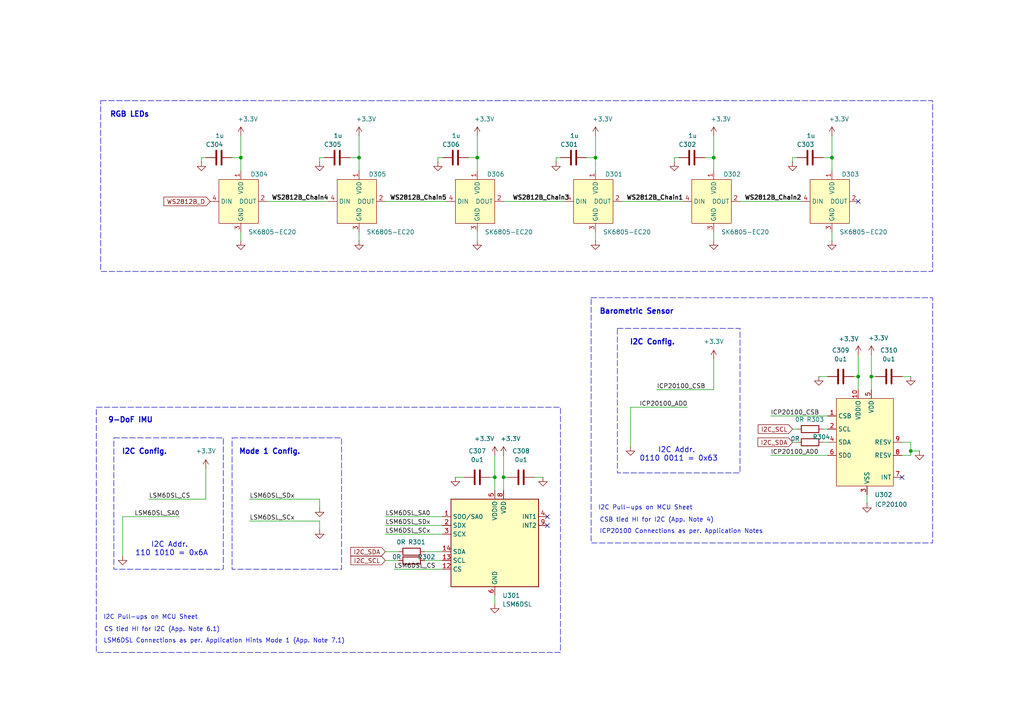
<source format=kicad_sch>
(kicad_sch (version 20231120) (generator "eeschema") (generator_version "8.0")
  (paper "A4")
  (title_block (title "BASM POCKETMUSEUM EDU V0") (date "2025-06-30"))
  (lib_symbols
    (symbol "Device:C" (pin_numbers hide) (pin_names (offset 0.254))
      (property "Reference" "C" (at 0.635 2.54 0))
      (property "Value" "C" (at 0.635 -2.54 0))
      (symbol "C_0_1"
        (polyline (pts (xy -2.032 -0.762) (xy 2.032 -0.762)) (stroke (width 0.508)))
        (polyline (pts (xy -2.032 0.762) (xy 2.032 0.762)) (stroke (width 0.508)))
      )
      (symbol "C_1_1"
        (pin passive line (at 0 3.81 270) (length 2.794) (name "~") (number "1"))
        (pin passive line (at 0 -3.81 90) (length 2.794) (name "~") (number "2"))
      )
    )
    (symbol "Device:R" (pin_numbers hide) (pin_names (offset 0))
      (property "Reference" "R" (at 2.032 0 90))
      (property "Value" "R" (at 0 0 90))
      (symbol "R_0_1"
        (rectangle (start -1.016 -2.54) (end 1.016 2.54) (stroke (width 0.254)))
      )
      (symbol "R_1_1"
        (pin passive line (at 0 3.81 270) (length 1.27) (name "~") (number "1"))
        (pin passive line (at 0 -3.81 90) (length 1.27) (name "~") (number "2"))
      )
    )
    (symbol "SK68xx:SK6805-EC20"
      (property "Reference" "U" (at 0 0 0))
      (symbol "SK6805-EC20_1_1"
        (rectangle (start -12.7 12.7) (end -1.27 0) (fill (type background)))
        (pin power_in line (at -6.35 15.24 270) (length 2.54) (name "VDD") (number "1"))
        (pin output line (at 1.27 6.35 180) (length 2.54) (name "DOUT") (number "2"))
        (pin power_in line (at -6.35 -2.54 90) (length 2.54) (name "GND") (number "3"))
        (pin input line (at -15.24 6.35 0) (length 2.54) (name "DIN") (number "4"))
      )
    )
    (symbol "Sensor_Motion:ICM-20948"
      (property "Reference" "U" (at -11.43 16.51 0))
      (property "Value" "ICM-20948" (at 7.62 -16.51 0))
      (symbol "ICM-20948_0_1"
        (rectangle (start -10.16 15.24) (end 10.16 -15.24) (stroke (width 0.254)) (fill (type background)))
      )
      (symbol "ICM-20948_1_1"
        (pin no_connect line (at -10.16 12.7 0) (length 2.54) hide (name "NC") (number "1"))
        (pin passive line (at 12.7 -5.08 180) (length 2.54) (name "REGOUT") (number "10"))
        (pin input line (at -12.7 -5.08 0) (length 2.54) (name "FSYNC") (number "11"))
        (pin output line (at -12.7 -7.62 0) (length 2.54) (name "INT1") (number "12"))
        (pin power_in line (at 2.54 17.78 270) (length 2.54) (name "VDD") (number "13"))
        (pin no_connect line (at 10.16 7.62 180) (length 2.54) hide (name "NC") (number "14"))
        (pin no_connect line (at 10.16 5.08 180) (length 2.54) hide (name "NC") (number "15"))
        (pin no_connect line (at 10.16 -7.62 180) (length 2.54) hide (name "NC") (number "16"))
        (pin no_connect line (at 10.16 -10.16 180) (length 2.54) hide (name "NC") (number "17"))
        (pin power_in line (at 0 -17.78 90) (length 2.54) (name "GND") (number "18"))
        (pin no_connect line (at 10.16 -12.7 180) (length 2.54) hide (name "RESV") (number "19"))
        (pin no_connect line (at -10.16 10.16 0) (length 2.54) hide (name "NC") (number "2"))
        (pin passive line (at 0 -17.78 90) (length 2.54) hide (name "GND") (number "20"))
        (pin bidirectional line (at 12.7 2.54 180) (length 2.54) (name "AUX_DA") (number "21"))
        (pin input line (at -12.7 0 0) (length 2.54) (name "~{CS}") (number "22"))
        (pin input line (at -12.7 2.54 0) (length 2.54) (name "SCL/SCLK") (number "23"))
        (pin bidirectional line (at -12.7 5.08 0) (length 2.54) (name "SDA/SDI") (number "24"))
        (pin no_connect line (at -10.16 -2.54 0) (length 2.54) hide (name "NC") (number "3"))
        (pin no_connect line (at -10.16 -10.16 0) (length 2.54) hide (name "NC") (number "4"))
        (pin no_connect line (at -10.16 -12.7 0) (length 2.54) hide (name "NC") (number "5"))
        (pin no_connect line (at 10.16 10.16 180) (length 2.54) hide (name "NC") (number "6"))
        (pin output line (at 12.7 0 180) (length 2.54) (name "AUX_CL") (number "7"))
        (pin power_in line (at -2.54 17.78 270) (length 2.54) (name "VDDIO") (number "8"))
        (pin bidirectional line (at -12.7 7.62 0) (length 2.54) (name "SDO/AD0") (number "9"))
      )
    )
    (symbol "Sensor_Motion:LSM6DSL"
      (property "Reference" "U" (at -11.43 15.24 0))
      (property "Value" "LSM6DSL" (at -11.43 12.7 0))
      (symbol "LSM6DSL_0_1"
        (rectangle (start -12.7 12.7) (end 12.7 -12.7) (stroke (width 0.254)) (fill (type background)))
      )
      (symbol "LSM6DSL_1_1"
        (pin bidirectional line (at -15.24 7.62 0) (length 2.54) (name "SDO/SA0") (number "1"))
        (pin no_connect line (at 12.7 -5.08 180) (length 3.81) hide (name "NC") (number "10"))
        (pin no_connect line (at 12.7 -2.54 180) (length 3.81) hide (name "NC") (number "11"))
        (pin input line (at -15.24 -7.62 0) (length 2.54) (name "CS") (number "12"))
        (pin input line (at -15.24 -5.08 0) (length 2.54) (name "SCL") (number "13"))
        (pin bidirectional line (at -15.24 -2.54 0) (length 2.54) (name "SDA") (number "14"))
        (pin bidirectional line (at -15.24 5.08 0) (length 2.54) (name "SDX") (number "2"))
        (pin input line (at -15.24 2.54 0) (length 2.54) (name "SCX") (number "3"))
        (pin output line (at 15.24 7.62 180) (length 2.54) (name "INT1") (number "4"))
        (pin power_in line (at 0 15.24 270) (length 2.54) (name "VDDIO") (number "5"))
        (pin power_in line (at 0 -15.24 90) (length 2.54) (name "GND") (number "6"))
        (pin passive line (at 0 -15.24 90) (length 2.54) hide (name "GND") (number "7"))
        (pin power_in line (at 2.54 15.24 270) (length 2.54) (name "VDD") (number "8"))
        (pin output line (at 15.24 5.08 180) (length 2.54) (name "INT2") (number "9"))
      )
    )
    (symbol "TDK:ICP-20100"
      (property "Reference" "U" (at 0 0 0))
      (symbol "ICP-20100_1_1"
        (rectangle (start -20.32 -2.54) (end -3.81 -27.94) (fill (type background)))
        (pin bidirectional line (at -22.86 -7.62 0) (length 2.54) (name "CSB") (number "1"))
        (pin power_in line (at -13.97 0 270) (length 2.54) (name "VDDIO") (number "10"))
        (pin bidirectional line (at -22.86 -11.43 0) (length 2.54) (name "SCL") (number "2"))
        (pin power_in line (at -11.43 -30.48 90) (length 2.54) (name "VSS") (number "3"))
        (pin bidirectional line (at -22.86 -15.24 0) (length 2.54) (name "SDA") (number "4"))
        (pin power_in line (at -10.16 0 270) (length 2.54) (name "VDD") (number "5"))
        (pin bidirectional line (at -22.86 -19.05 0) (length 2.54) (name "SD0") (number "6"))
        (pin output line (at -1.27 -25.4 180) (length 2.54) (name "INT") (number "7"))
        (pin power_in line (at -1.27 -19.05 180) (length 2.54) (name "RESV") (number "8"))
        (pin power_in line (at -1.27 -15.24 180) (length 2.54) (name "RESV") (number "9"))
      )
    )
    (symbol "power:+3.3V" (power) (pin_numbers hide) (pin_names (offset 0) hide)
      (property "Value" "+3.3V" (at 0 3.556 0))
      (symbol "+3.3V_0_1"
        (polyline (pts (xy -0.762 1.27) (xy 0 2.54)))
        (polyline (pts (xy 0 0) (xy 0 2.54)))
        (polyline (pts (xy 0 2.54) (xy 0.762 1.27)))
      )
      (symbol "+3.3V_1_1"
        (pin power_in line (at 0 0 90) (length 0) (name "~") (number "1"))
      )
    )
    (symbol "power:GND" (power) (pin_numbers hide) (pin_names (offset 0) hide)
      (property "Value" "GND" (at 0 -3.81 0))
      (symbol "GND_0_1"
        (polyline (pts (xy 0 0) (xy 0 -1.27) (xy 1.27 -1.27) (xy 0 -2.54) (xy -1.27 -1.27) (xy 0 -1.27)))
      )
      (symbol "GND_1_1"
        (pin power_in line (at 0 0 270) (length 0) (name "~") (number "1"))
      )
    )
  )
  (junction (at 241.3 45.72))
  (junction (at 69.85 45.72))
  (junction (at 146.05 138.43))
  (junction (at 207.01 45.72))
  (junction (at 172.72 45.72))
  (junction (at 252.73 109.22))
  (junction (at 104.14 45.72))
  (junction (at 248.92 109.22))
  (junction (at 143.51 138.43))
  (junction (at 138.43 45.72))
  (junction (at 264.16 130.81))
  (no_connect (at 248.92 58.42))
  (no_connect (at 158.75 152.4))
  (no_connect (at 158.75 149.86))
  (no_connect (at 261.62 138.43))
  (wire (pts (xy 59.69 144.78) (xy 59.69 135.89)))
  (wire (pts (xy 214.63 58.42) (xy 232.41 58.42)))
  (wire (pts (xy 207.01 45.72) (xy 207.01 39.37)))
  (wire (pts (xy 223.52 120.65) (xy 240.03 120.65)))
  (wire (pts (xy 264.16 128.27) (xy 261.62 128.27)))
  (wire (pts (xy 127 45.72) (xy 127 46.99)))
  (wire (pts (xy 59.69 45.72) (xy 58.42 45.72)))
  (wire (pts (xy 252.73 109.22) (xy 252.73 113.03)))
  (wire (pts (xy 264.16 130.81) (xy 266.7 130.81)))
  (wire (pts (xy 146.05 138.43) (xy 146.05 142.24)))
  (wire (pts (xy 252.73 102.87) (xy 252.73 109.22)))
  (wire (pts (xy 135.89 45.72) (xy 138.43 45.72)))
  (wire (pts (xy 161.29 45.72) (xy 161.29 46.99)))
  (wire (pts (xy 229.87 124.46) (xy 231.14 124.46)))
  (wire (pts (xy 138.43 45.72) (xy 138.43 39.37)))
  (wire (pts (xy 138.43 45.72) (xy 138.43 49.53)))
  (wire (pts (xy 247.65 109.22) (xy 248.92 109.22)))
  (wire (pts (xy 104.14 67.31) (xy 104.14 69.85)))
  (wire (pts (xy 72.39 151.13) (xy 92.71 151.13)))
  (wire (pts (xy 146.05 138.43) (xy 147.32 138.43)))
  (wire (pts (xy 69.85 67.31) (xy 69.85 69.85)))
  (wire (pts (xy 114.3 165.1) (xy 128.27 165.1)))
  (wire (pts (xy 162.56 45.72) (xy 161.29 45.72)))
  (wire (pts (xy 111.76 58.42) (xy 129.54 58.42)))
  (wire (pts (xy 72.39 144.78) (xy 92.71 144.78)))
  (wire (pts (xy 241.3 45.72) (xy 241.3 49.53)))
  (wire (pts (xy 261.62 132.08) (xy 264.16 132.08)))
  (wire (pts (xy 241.3 67.31) (xy 241.3 69.85)))
  (wire (pts (xy 138.43 67.31) (xy 138.43 69.85)))
  (wire (pts (xy 238.76 45.72) (xy 241.3 45.72)))
  (wire (pts (xy 261.62 109.22) (xy 264.16 109.22)))
  (wire (pts (xy 58.42 45.72) (xy 58.42 46.99)))
  (wire (pts (xy 264.16 130.81) (xy 264.16 128.27)))
  (wire (pts (xy 69.85 45.72) (xy 69.85 39.37)))
  (wire (pts (xy 172.72 45.72) (xy 172.72 39.37)))
  (wire (pts (xy 35.56 149.86) (xy 52.07 149.86)))
  (wire (pts (xy 248.92 102.87) (xy 248.92 109.22)))
  (wire (pts (xy 128.27 45.72) (xy 127 45.72)))
  (wire (pts (xy 172.72 67.31) (xy 172.72 69.85)))
  (wire (pts (xy 207.01 45.72) (xy 207.01 49.53)))
  (wire (pts (xy 111.76 162.56) (xy 115.57 162.56)))
  (wire (pts (xy 123.19 162.56) (xy 128.27 162.56)))
  (wire (pts (xy 77.47 58.42) (xy 95.25 58.42)))
  (wire (pts (xy 182.88 118.11) (xy 199.39 118.11)))
  (wire (pts (xy 143.51 138.43) (xy 143.51 142.24)))
  (wire (pts (xy 146.05 132.08) (xy 146.05 138.43)))
  (wire (pts (xy 92.71 147.32) (xy 92.71 144.78)))
  (wire (pts (xy 223.52 132.08) (xy 240.03 132.08)))
  (wire (pts (xy 237.49 109.22) (xy 240.03 109.22)))
  (wire (pts (xy 93.98 45.72) (xy 92.71 45.72)))
  (wire (pts (xy 123.19 160.02) (xy 128.27 160.02)))
  (wire (pts (xy 67.31 45.72) (xy 69.85 45.72)))
  (wire (pts (xy 92.71 45.72) (xy 92.71 46.99)))
  (wire (pts (xy 229.87 45.72) (xy 229.87 46.99)))
  (wire (pts (xy 182.88 118.11) (xy 182.88 129.54)))
  (wire (pts (xy 248.92 109.22) (xy 248.92 113.03)))
  (wire (pts (xy 207.01 67.31) (xy 207.01 69.85)))
  (wire (pts (xy 238.76 124.46) (xy 240.03 124.46)))
  (wire (pts (xy 101.6 45.72) (xy 104.14 45.72)))
  (wire (pts (xy 195.58 45.72) (xy 195.58 46.99)))
  (wire (pts (xy 111.76 154.94) (xy 128.27 154.94)))
  (wire (pts (xy 238.76 128.27) (xy 240.03 128.27)))
  (wire (pts (xy 251.46 146.05) (xy 251.46 143.51)))
  (wire (pts (xy 92.71 153.67) (xy 92.71 151.13)))
  (wire (pts (xy 180.34 58.42) (xy 198.12 58.42)))
  (wire (pts (xy 231.14 45.72) (xy 229.87 45.72)))
  (wire (pts (xy 111.76 160.02) (xy 115.57 160.02)))
  (wire (pts (xy 252.73 109.22) (xy 254 109.22)))
  (wire (pts (xy 154.94 138.43) (xy 157.48 138.43)))
  (wire (pts (xy 104.14 45.72) (xy 104.14 39.37)))
  (wire (pts (xy 132.08 138.43) (xy 134.62 138.43)))
  (wire (pts (xy 69.85 45.72) (xy 69.85 49.53)))
  (wire (pts (xy 196.85 45.72) (xy 195.58 45.72)))
  (wire (pts (xy 204.47 45.72) (xy 207.01 45.72)))
  (wire (pts (xy 146.05 58.42) (xy 163.83 58.42)))
  (wire (pts (xy 143.51 132.08) (xy 143.51 138.43)))
  (wire (pts (xy 143.51 172.72) (xy 143.51 175.26)))
  (wire (pts (xy 35.56 149.86) (xy 35.56 161.29)))
  (wire (pts (xy 172.72 45.72) (xy 172.72 49.53)))
  (wire (pts (xy 229.87 128.27) (xy 231.14 128.27)))
  (wire (pts (xy 59.69 144.78) (xy 43.18 144.78)))
  (wire (pts (xy 264.16 132.08) (xy 264.16 130.81)))
  (wire (pts (xy 104.14 45.72) (xy 104.14 49.53)))
  (wire (pts (xy 111.76 152.4) (xy 128.27 152.4)))
  (wire (pts (xy 241.3 45.72) (xy 241.3 39.37)))
  (wire (pts (xy 111.76 149.86) (xy 128.27 149.86)))
  (wire (pts (xy 207.01 113.03) (xy 207.01 104.14)))
  (wire (pts (xy 207.01 113.03) (xy 190.5 113.03)))
  (wire (pts (xy 142.24 138.43) (xy 143.51 138.43)))
  (wire (pts (xy 170.18 45.72) (xy 172.72 45.72)))
  (rectangle (start 33.02 127) (end 64.77 165.1) (stroke (width 0) (type dash)))
  (rectangle (start 67.31 127) (end 99.06 165.1) (stroke (width 0) (type dash)))
  (rectangle (start 179.07 95.25) (end 214.63 137.16) (stroke (width 0) (type dash)))
  (rectangle (start 27.94 118.11) (end 162.56 189.23) (stroke (width 0) (type dash)))
  (rectangle (start 29.21 29.21) (end 270.51 78.74) (stroke (width 0) (type dash)))
  (rectangle (start 171.45 86.36) (end 270.51 157.48) (stroke (width 0) (type dash)))
  (text "CS tied HI for I2C (App. Note 6.1)" (at 46.99 182.626 0) (effects (font (size 1.27 1.27))))
  (text "I2C Config." (at 41.91 131.064 0) (effects (font (size 1.524 1.524) (thickness 0.3048) (bold yes))))
  (text "I2C Addr. \n0110 0011 = 0x63" (at 196.85 131.826 0) (effects (font (size 1.524 1.524) (thickness 0.1905))))
  (text "CSB tied HI for I2C (App. Note 4)" (at 190.5 150.876 0) (effects (font (size 1.27 1.27))))
  (text "ICP20100 Connections as per. Application Notes" (at 197.612 154.178 0) (effects (font (size 1.27 1.27))))
  (text "Barometric Sensor" (at 184.658 90.424 0) (effects (font (size 1.524 1.524) (thickness 0.3048) (bold yes))))
  (text "I2C Pull-ups on MCU Sheet" (at 43.688 179.07 0) (effects (font (size 1.27 1.27))))
  (text "I2C Config." (at 189.23 99.314 0) (effects (font (size 1.524 1.524) (thickness 0.3048) (bold yes))))
  (text "Mode 1 Config." (at 78.232 131.064 0) (effects (font (size 1.524 1.524) (thickness 0.3048) (bold yes))))
  (text "RGB LEDs" (at 37.592 33.274 0) (effects (font (size 1.524 1.524) (thickness 0.3048) (bold yes))))
  (text "I2C Addr. \n110 1010 = 0x6A" (at 49.784 159.258 0) (effects (font (size 1.524 1.524) (thickness 0.1905))))
  (text "9-DoF IMU" (at 37.846 121.92 0) (effects (font (size 1.524 1.524) (thickness 0.3048) (bold yes))))
  (text "I2C Pull-ups on MCU Sheet" (at 187.198 147.32 0) (effects (font (size 1.27 1.27))))
  (text "LSM6DSL Connections as per. Application Hints Mode 1 (App. Note 7.1)" (at 65.024 185.928 0) (effects (font (size 1.27 1.27))))
  (label "ICP20100_CSB" (at 190.5 113.03 0))
  (label "LSM6DSL_CS" (at 114.3 165.1 0))
  (label "LSM6DSL_SCx" (at 72.39 151.13 0))
  (label "LSM6DSL_SDx" (at 72.39 144.78 0))
  (label "LSM6DSL_CS" (at 43.18 144.78 0))
  (label "ICP20100_CSB" (at 223.52 120.65 0))
  (label "WS2812B_Chain1" (at 181.61 58.42 0) (effects (font (thickness 0.254) (bold yes))))
  (label "LSM6DSL_SCx" (at 111.76 154.94 0))
  (label "WS2812B_Chain5" (at 113.03 58.42 0) (effects (font (thickness 0.254) (bold yes))))
  (label "LSM6DSL_SA0" (at 52.07 149.86 180))
  (label "LSM6DSL_SDx" (at 111.76 152.4 0))
  (label "LSM6DSL_SA0" (at 111.76 149.86 0))
  (label "ICP20100_AD0" (at 223.52 132.08 0))
  (label "WS2812B_Chain4" (at 78.74 58.42 0) (effects (font (thickness 0.254) (bold yes))))
  (label "WS2812B_Chain3" (at 148.59 58.42 0) (effects (font (thickness 0.254) (bold yes))))
  (label "ICP20100_AD0" (at 199.39 118.11 180))
  (label "WS2812B_Chain2" (at 215.9 58.42 0) (effects (font (thickness 0.254) (bold yes))))
  (global_label "I2C_SCL" (shape input) (at 111.76 162.56 180) (property "Intersheetrefs" "${INTERSHEET_REFS}" (effects (hide yes))))
  (global_label "I2C_SDA" (shape input) (at 229.87 128.27 180) (property "Intersheetrefs" "${INTERSHEET_REFS}" (effects (hide yes))))
  (global_label "WS2812B_D" (shape input) (at 60.96 58.42 180) (property "Intersheetrefs" "${INTERSHEET_REFS}" (effects (hide yes))))
  (global_label "I2C_SCL" (shape input) (at 229.87 124.46 180) (property "Intersheetrefs" "${INTERSHEET_REFS}" (effects (hide yes))))
  (global_label "I2C_SDA" (shape input) (at 111.76 160.02 180) (property "Intersheetrefs" "${INTERSHEET_REFS}" (effects (hide yes))))
  (symbol (lib_id "power:+3.3V") (at 143.51 132.08 0) (unit 1)
    (property "Reference" "#PWR053" (effects (hide yes)))
    (property "Value" "+3.3V" (at 140.462 127.254 0))
    (property "Description" "Power symbol creates a global label with name \"+3.3V\"" (effects (hide yes)))
  )
  (symbol (lib_id "Device:C") (at 63.5 45.72 90) (unit 1)
    (property "Reference" "C304" (at 64.77 41.91 90) (effects (justify left)))
    (property "Value" "1u" (at 65.024 39.37 90) (effects (justify left)))
    (property "Footprint" "Capacitor_SMD:C_0402_1005Metric" (effects (hide yes)))
    (property "Description" "Unpolarized capacitor" (effects (hide yes)))
    (property "JLCPCB Link" "https://jlcpcb.com/partdetail/15107-CL05A105KP5NNNC/C14445" (effects (hide yes)))
    (property "Manufacturer" "Samsung Electro-Mechanics " (effects (hide yes)))
    (property "Manufacturer P/N" "CL05A105KP5NNNC" (effects (hide yes)))
  )
  (symbol (lib_id "Device:R") (at 234.95 124.46 270) (unit 1)
    (property "Reference" "R303" (at 236.474 121.666 90))
    (property "Value" "0R" (at 231.902 121.666 90))
    (property "Footprint" "Resistor_SMD:R_0603_1608Metric" (effects (hide yes)))
    (property "Description" "Resistor" (effects (hide yes)))
    (property "JLCPCB Link" "https://jlcpcb.com/partdetail/16080-0603WAJ0000T5E/C15402" (effects (hide yes)))
    (property "Manufacturer" "UNI-ROYAL(Uniroyal Elec) " (effects (hide yes)))
    (property "Manufacturer P/N" "0603WAJ0000T5E" (effects (hide yes)))
  )
  (symbol (lib_id "power:GND") (at 92.71 147.32 0) (mirror y) (unit 1)
    (property "Reference" "#PWR045" (effects (hide yes)))
    (property "Value" "GND" (effects (hide yes)))
    (property "Description" "Power symbol creates a global label with name \"GND\" , ground" (effects (hide yes)))
  )
  (symbol (lib_id "SK68xx:SK6805-EC20") (at 247.65 64.77 0) (unit 1)
    (property "Reference" "D303" (at 246.634 50.546 0))
    (property "Value" "SK6805-EC20" (at 250.444 67.31 0))
    (property "Footprint" "SK_RGB:SK68xx-EC20" (effects (hide yes)))
    (property "Datasheet" "http://www.normandled.com/upload/201906/EC20-6812(SK6812-2020)%20LED%20Datasheet.pdf" (effects (hide yes)))
    (property "JLCPCB Link" "https://jlcpcb.com/partdetail/OpscoOptoelectronics-SK6805EC20/C2890036" (effects (hide yes)))
    (property "Manufacturer" "OPSCO Optoelectronics " (effects (hide yes)))
    (property "Manufacturer P/N" "SK6805-EC20" (effects (hide yes)))
  )
  (symbol (lib_id "Device:C") (at 243.84 109.22 270) (unit 1)
    (property "Reference" "C309" (at 243.84 101.6 90))
    (property "Value" "0u1" (at 243.84 104.14 90))
    (property "Footprint" "Capacitor_SMD:C_0402_1005Metric" (effects (hide yes)))
    (property "Description" "Unpolarized capacitor" (effects (hide yes)))
    (property "JLCPCB Link" "https://jlcpcb.com/partdetail/1877-CL05B104KO5NNNC/C1525" (effects (hide yes)))
    (property "Manufacturer" "Samsung Electro-Mechanics " (effects (hide yes)))
    (property "Manufacturer P/N" "CL05B104KO5NNNC" (effects (hide yes)))
  )
  (symbol (lib_id "power:+3.3V") (at 138.43 39.37 0) (unit 1)
    (property "Reference" "#PWR066" (effects (hide yes)))
    (property "Value" "+3.3V" (at 140.462 34.544 0))
    (property "Description" "Power symbol creates a global label with name \"+3.3V\"" (effects (hide yes)))
  )
  (symbol (lib_id "power:GND") (at 143.51 175.26 0) (unit 1)
    (property "Reference" "#PWR054" (effects (hide yes)))
    (property "Value" "GND" (effects (hide yes)))
    (property "Description" "Power symbol creates a global label with name \"GND\" , ground" (effects (hide yes)))
  )
  (symbol (lib_id "power:GND") (at 69.85 69.85 0) (unit 1)
    (property "Reference" "#PWR059" (effects (hide yes)))
    (property "Value" "GND" (effects (hide yes)))
    (property "Description" "Power symbol creates a global label with name \"GND\" , ground" (effects (hide yes)))
  )
  (symbol (lib_id "Sensor_Motion:LSM6DSL") (at 143.51 157.48 0) (unit 1)
    (property "Reference" "U301" (at 145.7041 172.72 0) (effects (justify left)))
    (property "Value" "LSM6DSL" (at 145.7041 175.26 0) (effects (justify left)))
    (property "Footprint" "Package_LGA:LGA-14_3x2.5mm_P0.5mm_LayoutBorder3x4y" (effects (hide yes)))
    (property "Datasheet" "https://www.google.com/url?sa=t&source=web&rct=j&opi=89978449&url=https://www.st.com/resource/en/datasheet/lsm6dsl.pdf&ved=2ahUKEwiUu6j1tP2MAxWb2AIHHcE7DHAQFnoECA0QAQ&usg=AOvVaw2r_2ybK2prF7He1HXx3VHU" (effects (hide yes)))
    (property "Description" "I2C/SPI, iNEMO inertial module: always-on 3D accelerometer and 3D gyroscope, 1.71V to 3.6V VCC" (effects (hide yes)))
    (property "JLCPCB Link" "https://jlcpcb.com/partdetail/Stmicroelectronics-LSM6DSLTR/C126672" (effects (hide yes)))
    (property "Manufacturer" "STMicroelectronics " (effects (hide yes)))
    (property "Manufacturer P/N" "LSM6DSLTR" (effects (hide yes)))
  )
  (symbol (lib_id "SK68xx:SK6805-EC20") (at 144.78 64.77 0) (unit 1)
    (property "Reference" "D306" (at 143.764 50.546 0))
    (property "Value" "SK6805-EC20" (at 147.574 67.31 0))
    (property "Footprint" "SK_RGB:SK68xx-EC20" (effects (hide yes)))
    (property "Datasheet" "http://www.normandled.com/upload/201906/EC20-6812(SK6812-2020)%20LED%20Datasheet.pdf" (effects (hide yes)))
    (property "JLCPCB Link" "https://jlcpcb.com/partdetail/OpscoOptoelectronics-SK6805EC20/C2890036" (effects (hide yes)))
    (property "Manufacturer" "OPSCO Optoelectronics " (effects (hide yes)))
    (property "Manufacturer P/N" "SK6805-EC20" (effects (hide yes)))
  )
  (symbol (lib_id "Device:R") (at 119.38 160.02 270) (unit 1)
    (property "Reference" "R301" (at 120.904 157.226 90))
    (property "Value" "0R" (at 116.332 157.226 90))
    (property "Footprint" "Resistor_SMD:R_0603_1608Metric" (effects (hide yes)))
    (property "Description" "Resistor" (effects (hide yes)))
    (property "JLCPCB Link" "https://jlcpcb.com/partdetail/16080-0603WAJ0000T5E/C15402" (effects (hide yes)))
    (property "Manufacturer" "UNI-ROYAL(Uniroyal Elec) " (effects (hide yes)))
    (property "Manufacturer P/N" "0603WAJ0000T5E" (effects (hide yes)))
  )
  (symbol (lib_id "power:+3.3V") (at 252.73 102.87 0) (unit 1)
    (property "Reference" "#PWR071" (effects (hide yes)))
    (property "Value" "+3.3V" (at 254.762 98.044 0))
    (property "Description" "Power symbol creates a global label with name \"+3.3V\"" (effects (hide yes)))
  )
  (symbol (lib_id "power:+3.3V") (at 69.85 39.37 0) (unit 1)
    (property "Reference" "#PWR058" (effects (hide yes)))
    (property "Value" "+3.3V" (at 71.882 34.544 0))
    (property "Description" "Power symbol creates a global label with name \"+3.3V\"" (effects (hide yes)))
  )
  (symbol (lib_id "SK68xx:SK6805-EC20") (at 76.2 64.77 0) (unit 1)
    (property "Reference" "D304" (at 75.184 50.546 0))
    (property "Value" "SK6805-EC20" (at 78.994 67.31 0))
    (property "Footprint" "SK_RGB:SK68xx-EC20" (effects (hide yes)))
    (property "Datasheet" "http://www.normandled.com/upload/201906/EC20-6812(SK6812-2020)%20LED%20Datasheet.pdf" (effects (hide yes)))
    (property "JLCPCB Link" "https://jlcpcb.com/partdetail/OpscoOptoelectronics-SK6805EC20/C2890036" (effects (hide yes)))
    (property "Manufacturer" "OPSCO Optoelectronics " (effects (hide yes)))
    (property "Manufacturer P/N" "SK6805-EC20" (effects (hide yes)))
  )
  (symbol (lib_id "power:GND") (at 264.16 109.22 0) (unit 1)
    (property "Reference" "#PWR072" (effects (hide yes)))
    (property "Value" "GND" (effects (hide yes)))
    (property "Description" "Power symbol creates a global label with name \"GND\" , ground" (effects (hide yes)))
  )
  (symbol (lib_id "Device:C") (at 234.95 45.72 90) (unit 1)
    (property "Reference" "C303" (at 236.22 41.91 90) (effects (justify left)))
    (property "Value" "1u" (at 236.474 39.37 90) (effects (justify left)))
    (property "Footprint" "Capacitor_SMD:C_0402_1005Metric" (effects (hide yes)))
    (property "Description" "Unpolarized capacitor" (effects (hide yes)))
    (property "JLCPCB Link" "https://jlcpcb.com/partdetail/15107-CL05A105KP5NNNC/C14445" (effects (hide yes)))
    (property "Manufacturer" "Samsung Electro-Mechanics " (effects (hide yes)))
    (property "Manufacturer P/N" "CL05A105KP5NNNC" (effects (hide yes)))
  )
  (symbol (lib_id "power:GND") (at 58.42 46.99 0) (unit 1)
    (property "Reference" "#PWR056" (effects (hide yes)))
    (property "Value" "GND" (effects (hide yes)))
    (property "Description" "Power symbol creates a global label with name \"GND\" , ground" (effects (hide yes)))
  )
  (symbol (lib_id "power:GND") (at 229.87 46.99 0) (unit 1)
    (property "Reference" "#PWR049" (effects (hide yes)))
    (property "Value" "GND" (effects (hide yes)))
    (property "Description" "Power symbol creates a global label with name \"GND\" , ground" (effects (hide yes)))
  )
  (symbol (lib_id "power:+3.3V") (at 172.72 39.37 0) (unit 1)
    (property "Reference" "#PWR041" (effects (hide yes)))
    (property "Value" "+3.3V" (at 174.752 34.544 0))
    (property "Description" "Power symbol creates a global label with name \"+3.3V\"" (effects (hide yes)))
  )
  (symbol (lib_id "power:GND") (at 127 46.99 0) (unit 1)
    (property "Reference" "#PWR065" (effects (hide yes)))
    (property "Value" "GND" (effects (hide yes)))
    (property "Description" "Power symbol creates a global label with name \"GND\" , ground" (effects (hide yes)))
  )
  (symbol (lib_id "power:GND") (at 92.71 153.67 0) (mirror y) (unit 1)
    (property "Reference" "#PWR046" (effects (hide yes)))
    (property "Value" "GND" (effects (hide yes)))
    (property "Description" "Power symbol creates a global label with name \"GND\" , ground" (effects (hide yes)))
  )
  (symbol (lib_id "TDK:ICP-20100") (at 262.89 113.03 0) (unit 1)
    (property "Reference" "U302" (at 253.6541 143.51 0) (effects (justify left)))
    (property "Value" "ICP20100" (at 253.746 146.304 0) (effects (justify left)))
    (property "Footprint" "Package_LGA:ST_HLGA-10_2x2mm_P0.5mm_LayoutBorder3x2y" (effects (hide yes)))
    (property "Datasheet" "https://invensense.tdk.com/download-pdf/icp-20100-datasheet/" (effects (hide yes)))
    (property "JLCPCB Link" "https://jlcpcb.com/partdetail/TdkInvensense-ICP20100/C5343527" (effects (hide yes)))
    (property "Manufacturer" "TDK InvenSense " (effects (hide yes)))
    (property "Manufacturer P/N" "ICP-20100" (effects (hide yes)))
  )
  (symbol (lib_id "SK68xx:SK6805-EC20") (at 213.36 64.77 0) (unit 1)
    (property "Reference" "D302" (at 212.344 50.546 0))
    (property "Value" "SK6805-EC20" (at 216.154 67.31 0))
    (property "Footprint" "SK_RGB:SK68xx-EC20" (effects (hide yes)))
    (property "Datasheet" "http://www.normandled.com/upload/201906/EC20-6812(SK6812-2020)%20LED%20Datasheet.pdf" (effects (hide yes)))
    (property "JLCPCB Link" "https://jlcpcb.com/partdetail/OpscoOptoelectronics-SK6805EC20/C2890036" (effects (hide yes)))
    (property "Manufacturer" "OPSCO Optoelectronics " (effects (hide yes)))
    (property "Manufacturer P/N" "SK6805-EC20" (effects (hide yes)))
  )
  (symbol (lib_id "power:+3.3V") (at 241.3 39.37 0) (unit 1)
    (property "Reference" "#PWR050" (effects (hide yes)))
    (property "Value" "+3.3V" (at 243.332 34.544 0))
    (property "Description" "Power symbol creates a global label with name \"+3.3V\"" (effects (hide yes)))
  )
  (symbol (lib_id "power:+3.3V") (at 248.92 102.87 0) (unit 1)
    (property "Reference" "#PWR069" (effects (hide yes)))
    (property "Value" "+3.3V" (at 246.126 98.298 0))
    (property "Description" "Power symbol creates a global label with name \"+3.3V\"" (effects (hide yes)))
  )
  (symbol (lib_id "power:GND") (at 104.14 69.85 0) (unit 1)
    (property "Reference" "#PWR063" (effects (hide yes)))
    (property "Value" "GND" (effects (hide yes)))
    (property "Description" "Power symbol creates a global label with name \"GND\" , ground" (effects (hide yes)))
  )
  (symbol (lib_id "Device:C") (at 132.08 45.72 90) (unit 1)
    (property "Reference" "C306" (at 133.35 41.91 90) (effects (justify left)))
    (property "Value" "1u" (at 133.604 39.37 90) (effects (justify left)))
    (property "Footprint" "Capacitor_SMD:C_0402_1005Metric" (effects (hide yes)))
    (property "Description" "Unpolarized capacitor" (effects (hide yes)))
    (property "JLCPCB Link" "https://jlcpcb.com/partdetail/15107-CL05A105KP5NNNC/C14445" (effects (hide yes)))
    (property "Manufacturer" "Samsung Electro-Mechanics " (effects (hide yes)))
    (property "Manufacturer P/N" "CL05A105KP5NNNC" (effects (hide yes)))
  )
  (symbol (lib_id "SK68xx:SK6805-EC20") (at 110.49 64.77 0) (unit 1)
    (property "Reference" "D305" (at 109.474 50.546 0))
    (property "Value" "SK6805-EC20" (at 113.284 67.31 0))
    (property "Footprint" "SK_RGB:SK68xx-EC20" (effects (hide yes)))
    (property "Datasheet" "http://www.normandled.com/upload/201906/EC20-6812(SK6812-2020)%20LED%20Datasheet.pdf" (effects (hide yes)))
    (property "JLCPCB Link" "https://jlcpcb.com/partdetail/OpscoOptoelectronics-SK6805EC20/C2890036" (effects (hide yes)))
    (property "Manufacturer" "OPSCO Optoelectronics " (effects (hide yes)))
    (property "Manufacturer P/N" "SK6805-EC20" (effects (hide yes)))
  )
  (symbol (lib_id "power:+3.3V") (at 207.01 104.14 0) (unit 1)
    (property "Reference" "#PWR064" (effects (hide yes)))
    (property "Value" "+3.3V" (at 207.01 99.06 0))
    (property "Description" "Power symbol creates a global label with name \"+3.3V\"" (effects (hide yes)))
  )
  (symbol (lib_id "power:GND") (at 161.29 46.99 0) (unit 1)
    (property "Reference" "#PWR040" (effects (hide yes)))
    (property "Value" "GND" (effects (hide yes)))
    (property "Description" "Power symbol creates a global label with name \"GND\" , ground" (effects (hide yes)))
  )
  (symbol (lib_id "Device:C") (at 200.66 45.72 90) (unit 1)
    (property "Reference" "C302" (at 201.93 41.91 90) (effects (justify left)))
    (property "Value" "1u" (at 202.184 39.37 90) (effects (justify left)))
    (property "Footprint" "Capacitor_SMD:C_0402_1005Metric" (effects (hide yes)))
    (property "Description" "Unpolarized capacitor" (effects (hide yes)))
    (property "JLCPCB Link" "https://jlcpcb.com/partdetail/15107-CL05A105KP5NNNC/C14445" (effects (hide yes)))
    (property "Manufacturer" "Samsung Electro-Mechanics " (effects (hide yes)))
    (property "Manufacturer P/N" "CL05A105KP5NNNC" (effects (hide yes)))
  )
  (symbol (lib_id "Device:R") (at 119.38 162.56 270) (unit 1)
    (property "Reference" "R302" (at 123.698 161.544 90))
    (property "Value" "0R" (at 115.062 161.544 90))
    (property "Footprint" "Resistor_SMD:R_0603_1608Metric" (effects (hide yes)))
    (property "Description" "Resistor" (effects (hide yes)))
    (property "JLCPCB Link" "https://jlcpcb.com/partdetail/16080-0603WAJ0000T5E/C15402" (effects (hide yes)))
    (property "Manufacturer" "UNI-ROYAL(Uniroyal Elec) " (effects (hide yes)))
    (property "Manufacturer P/N" "0603WAJ0000T5E" (effects (hide yes)))
  )
  (symbol (lib_id "SK68xx:SK6805-EC20") (at 179.07 64.77 0) (unit 1)
    (property "Reference" "D301" (at 178.054 50.546 0))
    (property "Value" "SK6805-EC20" (at 181.864 67.31 0))
    (property "Footprint" "SK_RGB:SK68xx-EC20" (effects (hide yes)))
    (property "Datasheet" "http://www.normandled.com/upload/201906/EC20-6812(SK6812-2020)%20LED%20Datasheet.pdf" (effects (hide yes)))
    (property "JLCPCB Link" "https://jlcpcb.com/partdetail/OpscoOptoelectronics-SK6805EC20/C2890036" (effects (hide yes)))
    (property "Manufacturer" "OPSCO Optoelectronics " (effects (hide yes)))
    (property "Manufacturer P/N" "SK6805-EC20" (effects (hide yes)))
  )
  (symbol (lib_id "power:GND") (at 157.48 138.43 0) (unit 1)
    (property "Reference" "#PWR057" (effects (hide yes)))
    (property "Value" "GND" (effects (hide yes)))
    (property "Description" "Power symbol creates a global label with name \"GND\" , ground" (effects (hide yes)))
  )
  (symbol (lib_id "Device:R") (at 234.95 128.27 270) (unit 1)
    (property "Reference" "R304" (at 238.252 126.746 90))
    (property "Value" "0R" (at 230.632 127.254 90))
    (property "Footprint" "Resistor_SMD:R_0603_1608Metric" (effects (hide yes)))
    (property "Description" "Resistor" (effects (hide yes)))
    (property "JLCPCB Link" "https://jlcpcb.com/partdetail/16080-0603WAJ0000T5E/C15402" (effects (hide yes)))
    (property "Manufacturer" "UNI-ROYAL(Uniroyal Elec) " (effects (hide yes)))
    (property "Manufacturer P/N" "0603WAJ0000T5E" (effects (hide yes)))
  )
  (symbol (lib_id "Device:C") (at 151.13 138.43 270) (unit 1)
    (property "Reference" "C308" (at 151.13 130.81 90))
    (property "Value" "0u1" (at 151.13 133.35 90))
    (property "Footprint" "Capacitor_SMD:C_0402_1005Metric" (effects (hide yes)))
    (property "Description" "Unpolarized capacitor" (effects (hide yes)))
    (property "JLCPCB Link" "https://jlcpcb.com/partdetail/1877-CL05B104KO5NNNC/C1525" (effects (hide yes)))
    (property "Manufacturer" "Samsung Electro-Mechanics " (effects (hide yes)))
    (property "Manufacturer P/N" "CL05B104KO5NNNC" (effects (hide yes)))
  )
  (symbol (lib_id "power:GND") (at 172.72 69.85 0) (unit 1)
    (property "Reference" "#PWR042" (effects (hide yes)))
    (property "Value" "GND" (effects (hide yes)))
    (property "Description" "Power symbol creates a global label with name \"GND\" , ground" (effects (hide yes)))
  )
  (symbol (lib_id "Sensor_Motion:ICM-20948") (at -66.04 229.87 0) (unit 1)
    (property "Reference" "U1" (at -63.8459 247.65 0) (effects (justify left)))
    (property "Value" "ICM-20948" (at -63.8459 250.19 0) (effects (justify left)))
    (property "Footprint" "Sensor_Motion:InvenSense_QFN-24_3x3mm_P0.4mm" (effects (hide yes)))
    (property "Datasheet" "http://www.invensense.com/wp-content/uploads/2016/06/DS-000189-ICM-20948-v1.3.pdf" (effects (hide yes)))
    (property "Description" "InvenSense 9-Axis Motion Sensor, Accelerometer, Gyroscope, Compass, I2C/SPI, QFN-24" (effects (hide yes)))
  )
  (symbol (lib_id "power:GND") (at 251.46 146.05 0) (unit 1)
    (property "Reference" "#PWR070" (effects (hide yes)))
    (property "Value" "GND" (effects (hide yes)))
    (property "Description" "Power symbol creates a global label with name \"GND\" , ground" (effects (hide yes)))
  )
  (symbol (lib_id "Device:C") (at 97.79 45.72 90) (unit 1)
    (property "Reference" "C305" (at 99.06 41.91 90) (effects (justify left)))
    (property "Value" "1u" (at 99.314 39.37 90) (effects (justify left)))
    (property "Footprint" "Capacitor_SMD:C_0402_1005Metric" (effects (hide yes)))
    (property "Description" "Unpolarized capacitor" (effects (hide yes)))
    (property "JLCPCB Link" "https://jlcpcb.com/partdetail/15107-CL05A105KP5NNNC/C14445" (effects (hide yes)))
    (property "Manufacturer" "Samsung Electro-Mechanics " (effects (hide yes)))
    (property "Manufacturer P/N" "CL05A105KP5NNNC" (effects (hide yes)))
  )
  (symbol (lib_id "power:GND") (at 237.49 109.22 0) (unit 1)
    (property "Reference" "#PWR068" (effects (hide yes)))
    (property "Value" "GND" (effects (hide yes)))
    (property "Description" "Power symbol creates a global label with name \"GND\" , ground" (effects (hide yes)))
  )
  (symbol (lib_id "power:+3.3V") (at 59.69 135.89 0) (unit 1)
    (property "Reference" "#PWR043" (effects (hide yes)))
    (property "Value" "+3.3V" (at 59.69 130.81 0))
    (property "Description" "Power symbol creates a global label with name \"+3.3V\"" (effects (hide yes)))
  )
  (symbol (lib_id "power:+3.3V") (at 104.14 39.37 0) (unit 1)
    (property "Reference" "#PWR062" (effects (hide yes)))
    (property "Value" "+3.3V" (at 106.172 34.544 0))
    (property "Description" "Power symbol creates a global label with name \"+3.3V\"" (effects (hide yes)))
  )
  (symbol (lib_id "Device:C") (at 257.81 109.22 270) (unit 1)
    (property "Reference" "C310" (at 257.81 101.6 90))
    (property "Value" "0u1" (at 257.81 104.14 90))
    (property "Footprint" "Capacitor_SMD:C_0402_1005Metric" (effects (hide yes)))
    (property "Description" "Unpolarized capacitor" (effects (hide yes)))
    (property "JLCPCB Link" "https://jlcpcb.com/partdetail/1877-CL05B104KO5NNNC/C1525" (effects (hide yes)))
    (property "Manufacturer" "Samsung Electro-Mechanics " (effects (hide yes)))
    (property "Manufacturer P/N" "CL05B104KO5NNNC" (effects (hide yes)))
  )
  (symbol (lib_id "power:GND") (at 266.7 130.81 0) (unit 1)
    (property "Reference" "#PWR073" (effects (hide yes)))
    (property "Value" "GND" (effects (hide yes)))
    (property "Description" "Power symbol creates a global label with name \"GND\" , ground" (effects (hide yes)))
  )
  (symbol (lib_id "power:GND") (at 138.43 69.85 0) (unit 1)
    (property "Reference" "#PWR067" (effects (hide yes)))
    (property "Value" "GND" (effects (hide yes)))
    (property "Description" "Power symbol creates a global label with name \"GND\" , ground" (effects (hide yes)))
  )
  (symbol (lib_id "power:GND") (at 207.01 69.85 0) (unit 1)
    (property "Reference" "#PWR048" (effects (hide yes)))
    (property "Value" "GND" (effects (hide yes)))
    (property "Description" "Power symbol creates a global label with name \"GND\" , ground" (effects (hide yes)))
  )
  (symbol (lib_id "Device:C") (at 138.43 138.43 270) (unit 1)
    (property "Reference" "C307" (at 138.43 130.81 90))
    (property "Value" "0u1" (at 138.43 133.35 90))
    (property "Footprint" "Capacitor_SMD:C_0402_1005Metric" (effects (hide yes)))
    (property "Description" "Unpolarized capacitor" (effects (hide yes)))
    (property "JLCPCB Link" "https://jlcpcb.com/partdetail/1877-CL05B104KO5NNNC/C1525" (effects (hide yes)))
    (property "Manufacturer" "Samsung Electro-Mechanics " (effects (hide yes)))
    (property "Manufacturer P/N" "CL05B104KO5NNNC" (effects (hide yes)))
  )
  (symbol (lib_id "power:GND") (at 35.56 161.29 0) (mirror y) (unit 1)
    (property "Reference" "#PWR039" (effects (hide yes)))
    (property "Value" "GND" (effects (hide yes)))
    (property "Description" "Power symbol creates a global label with name \"GND\" , ground" (effects (hide yes)))
  )
  (symbol (lib_id "power:GND") (at 195.58 46.99 0) (unit 1)
    (property "Reference" "#PWR044" (effects (hide yes)))
    (property "Value" "GND" (effects (hide yes)))
    (property "Description" "Power symbol creates a global label with name \"GND\" , ground" (effects (hide yes)))
  )
  (symbol (lib_id "power:GND") (at 132.08 138.43 0) (unit 1)
    (property "Reference" "#PWR052" (effects (hide yes)))
    (property "Value" "GND" (effects (hide yes)))
    (property "Description" "Power symbol creates a global label with name \"GND\" , ground" (effects (hide yes)))
  )
  (symbol (lib_id "power:GND") (at 241.3 69.85 0) (unit 1)
    (property "Reference" "#PWR051" (effects (hide yes)))
    (property "Value" "GND" (effects (hide yes)))
    (property "Description" "Power symbol creates a global label with name \"GND\" , ground" (effects (hide yes)))
  )
  (symbol (lib_id "power:+3.3V") (at 146.05 132.08 0) (unit 1)
    (property "Reference" "#PWR055" (effects (hide yes)))
    (property "Value" "+3.3V" (at 148.082 127.254 0))
    (property "Description" "Power symbol creates a global label with name \"+3.3V\"" (effects (hide yes)))
  )
  (symbol (lib_id "power:GND") (at 182.88 129.54 0) (mirror y) (unit 1)
    (property "Reference" "#PWR060" (effects (hide yes)))
    (property "Value" "GND" (effects (hide yes)))
    (property "Description" "Power symbol creates a global label with name \"GND\" , ground" (effects (hide yes)))
  )
  (symbol (lib_id "power:+3.3V") (at 207.01 39.37 0) (unit 1)
    (property "Reference" "#PWR047" (effects (hide yes)))
    (property "Value" "+3.3V" (at 209.042 34.544 0))
    (property "Description" "Power symbol creates a global label with name \"+3.3V\"" (effects (hide yes)))
  )
  (symbol (lib_id "power:GND") (at 92.71 46.99 0) (unit 1)
    (property "Reference" "#PWR061" (effects (hide yes)))
    (property "Value" "GND" (effects (hide yes)))
    (property "Description" "Power symbol creates a global label with name \"GND\" , ground" (effects (hide yes)))
  )
  (symbol (lib_id "Device:C") (at 166.37 45.72 90) (unit 1)
    (property "Reference" "C301" (at 167.64 41.91 90) (effects (justify left)))
    (property "Value" "1u" (at 167.894 39.37 90) (effects (justify left)))
    (property "Footprint" "Capacitor_SMD:C_0402_1005Metric" (effects (hide yes)))
    (property "Description" "Unpolarized capacitor" (effects (hide yes)))
    (property "JLCPCB Link" "https://jlcpcb.com/partdetail/15107-CL05A105KP5NNNC/C14445" (effects (hide yes)))
    (property "Manufacturer" "Samsung Electro-Mechanics " (effects (hide yes)))
    (property "Manufacturer P/N" "CL05A105KP5NNNC" (effects (hide yes)))
  )
)
</source>
